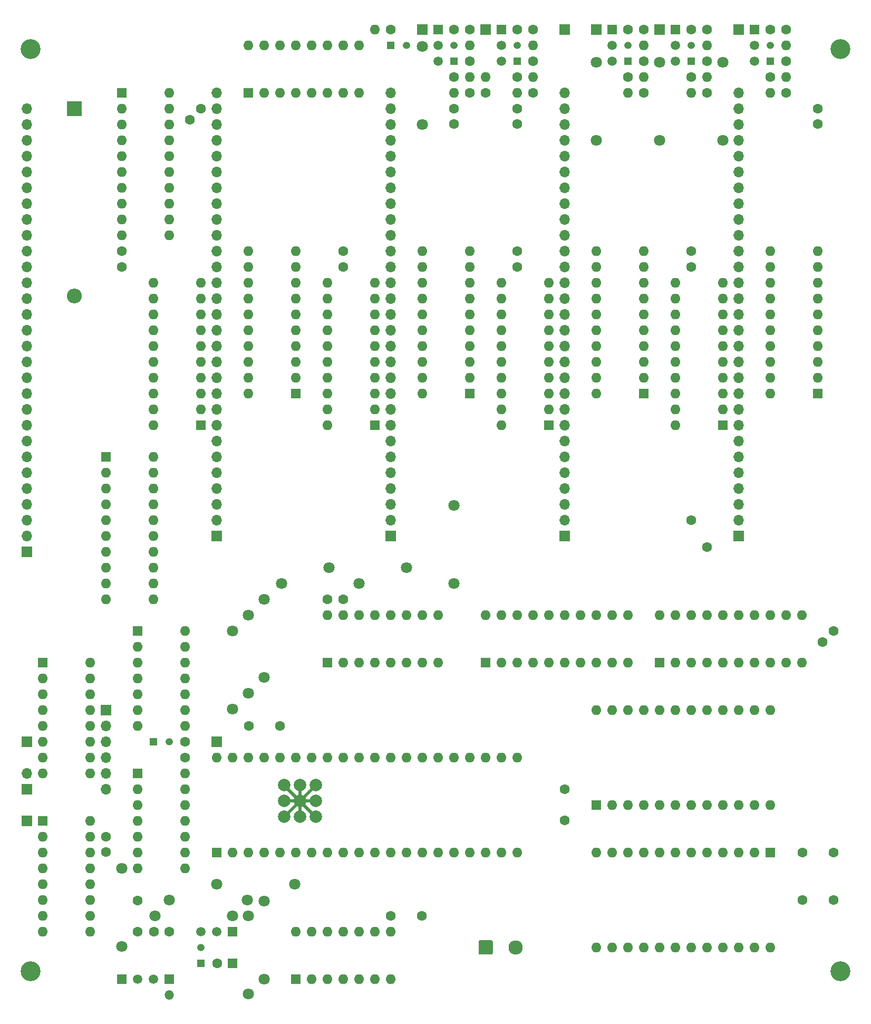
<source format=gbr>
%TF.GenerationSoftware,KiCad,Pcbnew,5.1.10*%
%TF.CreationDate,2021-12-20T20:01:49+01:00*%
%TF.ProjectId,Videoerweiterung,56696465-6f65-4727-9765-69746572756e,1*%
%TF.SameCoordinates,Original*%
%TF.FileFunction,Soldermask,Bot*%
%TF.FilePolarity,Negative*%
%FSLAX46Y46*%
G04 Gerber Fmt 4.6, Leading zero omitted, Abs format (unit mm)*
G04 Created by KiCad (PCBNEW 5.1.10) date 2021-12-20 20:01:49*
%MOMM*%
%LPD*%
G01*
G04 APERTURE LIST*
%ADD10O,1.500000X1.500000*%
%ADD11R,1.500000X1.500000*%
%ADD12C,2.300000*%
%ADD13C,2.000000*%
%ADD14R,0.500000X5.080000*%
%ADD15R,5.080000X0.500000*%
%ADD16C,0.100000*%
%ADD17C,1.600000*%
%ADD18O,1.700000X1.700000*%
%ADD19R,1.700000X1.700000*%
%ADD20O,2.400000X2.400000*%
%ADD21R,2.400000X2.400000*%
%ADD22O,1.600000X1.600000*%
%ADD23C,1.500000*%
%ADD24O,1.200000X1.200000*%
%ADD25R,1.200000X1.200000*%
%ADD26R,1.600000X1.600000*%
%ADD27C,3.200000*%
%ADD28C,1.800000*%
G04 APERTURE END LIST*
D10*
%TO.C,VD201*%
X71120000Y-208280000D03*
D11*
X71120000Y-205740000D03*
%TD*%
D12*
%TO.C,X206*%
X126720000Y-200660000D03*
G36*
G01*
X120770000Y-201560001D02*
X120770000Y-199759999D01*
G75*
G02*
X121019999Y-199510000I249999J0D01*
G01*
X122820001Y-199510000D01*
G75*
G02*
X123070000Y-199759999I0J-249999D01*
G01*
X123070000Y-201560001D01*
G75*
G02*
X122820001Y-201810000I-249999J0D01*
G01*
X121019999Y-201810000D01*
G75*
G02*
X120770000Y-201560001I0J249999D01*
G01*
G37*
%TD*%
D13*
%TO.C,LOGO2*%
X92075000Y-177165000D03*
X89535000Y-179705000D03*
X92075000Y-179705000D03*
X94615000Y-179705000D03*
X94615000Y-177165000D03*
X94615000Y-174625000D03*
X92075000Y-174625000D03*
X89535000Y-174625000D03*
X89535000Y-177165000D03*
D14*
X92075000Y-177165000D03*
D15*
X92075000Y-177165000D03*
D16*
G36*
X89423350Y-179463097D02*
G01*
X94373097Y-174513350D01*
X94726650Y-174866903D01*
X89776903Y-179816650D01*
X89423350Y-179463097D01*
G37*
G36*
X89776903Y-174513350D02*
G01*
X94726650Y-179463097D01*
X94373097Y-179816650D01*
X89423350Y-174866903D01*
X89776903Y-174513350D01*
G37*
%TD*%
D17*
%TO.C,C18*%
X111680000Y-195580000D03*
X106680000Y-195580000D03*
%TD*%
%TO.C,C24*%
X68620000Y-198120000D03*
X71120000Y-198120000D03*
%TD*%
D18*
%TO.C,X202*%
X48260000Y-172720000D03*
D19*
X48260000Y-175260000D03*
%TD*%
%TO.C,X205*%
X78740000Y-167640000D03*
%TD*%
D17*
%TO.C,C22*%
X172800000Y-185420000D03*
X177800000Y-185420000D03*
%TD*%
%TO.C,C20*%
X176032233Y-151627767D03*
X177800000Y-149860000D03*
%TD*%
%TO.C,C23*%
X172800000Y-193040000D03*
X177800000Y-193040000D03*
%TD*%
%TO.C,C19*%
X157440000Y-136410127D03*
X154940000Y-132080000D03*
%TD*%
%TO.C,C17*%
X60960000Y-185380000D03*
X60960000Y-182880000D03*
%TD*%
%TO.C,C15*%
X73660000Y-167680000D03*
X73660000Y-170180000D03*
%TD*%
%TO.C,C14*%
X99020000Y-144780000D03*
X96520000Y-144780000D03*
%TD*%
%TO.C,C13*%
X154940000Y-88940000D03*
X154940000Y-91440000D03*
%TD*%
%TO.C,C12*%
X127000000Y-68540000D03*
X127000000Y-66040000D03*
%TD*%
%TO.C,C10*%
X127000000Y-88940000D03*
X127000000Y-91440000D03*
%TD*%
%TO.C,C9*%
X63500000Y-88940000D03*
X63500000Y-91440000D03*
%TD*%
%TO.C,C8*%
X116840000Y-68540000D03*
X116840000Y-66040000D03*
%TD*%
%TO.C,C7*%
X99060000Y-88940000D03*
X99060000Y-91440000D03*
%TD*%
%TO.C,C5*%
X175260000Y-68540000D03*
X175260000Y-66040000D03*
%TD*%
%TO.C,C4*%
X74392233Y-67807767D03*
X76160000Y-66040000D03*
%TD*%
%TO.C,C3*%
X134620000Y-180260000D03*
X134620000Y-175260000D03*
%TD*%
D20*
%TO.C,C2*%
X55880000Y-96120000D03*
D21*
X55880000Y-66040000D03*
%TD*%
D19*
%TO.C,X405*%
X134620000Y-53340000D03*
%TD*%
%TO.C,X404*%
X162560000Y-53340000D03*
%TD*%
%TO.C,X403*%
X149860000Y-53340000D03*
%TD*%
%TO.C,X402*%
X139700000Y-53340000D03*
%TD*%
%TO.C,X401*%
X121920000Y-53340000D03*
%TD*%
%TO.C,X400*%
X111760000Y-53340000D03*
%TD*%
D17*
%TO.C,C202*%
X83900000Y-165100000D03*
X88900000Y-165100000D03*
%TD*%
D22*
%TO.C,R20*%
X121920000Y-60960000D03*
D17*
X121920000Y-63500000D03*
%TD*%
D11*
%TO.C,VT400*%
X114300000Y-53340000D03*
D23*
X114300000Y-58420000D03*
X114300000Y-55880000D03*
%TD*%
D11*
%TO.C,VT404*%
X165100000Y-53340000D03*
D23*
X165100000Y-58420000D03*
X165100000Y-55880000D03*
%TD*%
D11*
%TO.C,VT403*%
X152400000Y-53340000D03*
D23*
X152400000Y-58420000D03*
X152400000Y-55880000D03*
%TD*%
D11*
%TO.C,VT402*%
X142240000Y-53340000D03*
D23*
X142240000Y-58420000D03*
X142240000Y-55880000D03*
%TD*%
D11*
%TO.C,VT401*%
X124460000Y-53340000D03*
D23*
X124460000Y-58420000D03*
X124460000Y-55880000D03*
%TD*%
D11*
%TO.C,VT201*%
X63500000Y-205740000D03*
D23*
X68580000Y-205740000D03*
X66040000Y-205740000D03*
%TD*%
D11*
%TO.C,VT200*%
X81280000Y-198120000D03*
D23*
X76200000Y-198120000D03*
X78740000Y-198120000D03*
%TD*%
D24*
%TO.C,VD405*%
X167640000Y-55920000D03*
D25*
X167640000Y-58420000D03*
%TD*%
D24*
%TO.C,VD404*%
X154940000Y-55920000D03*
D25*
X154940000Y-58420000D03*
%TD*%
D24*
%TO.C,VD403*%
X144780000Y-55920000D03*
D25*
X144780000Y-58420000D03*
%TD*%
D24*
%TO.C,VD402*%
X127000000Y-55920000D03*
D25*
X127000000Y-58420000D03*
%TD*%
D24*
%TO.C,VD401*%
X116840000Y-55920000D03*
D25*
X116840000Y-58420000D03*
%TD*%
D24*
%TO.C,VD400*%
X109180000Y-55880000D03*
D25*
X106680000Y-55880000D03*
%TD*%
D24*
%TO.C,VD202*%
X71080000Y-167640000D03*
D25*
X68580000Y-167640000D03*
%TD*%
D24*
%TO.C,VD200*%
X76200000Y-200700000D03*
D25*
X76200000Y-203200000D03*
%TD*%
D22*
%TO.C,D21*%
X58420000Y-180340000D03*
X50800000Y-198120000D03*
X58420000Y-182880000D03*
X50800000Y-195580000D03*
X58420000Y-185420000D03*
X50800000Y-193040000D03*
X58420000Y-187960000D03*
X50800000Y-190500000D03*
X58420000Y-190500000D03*
X50800000Y-187960000D03*
X58420000Y-193040000D03*
X50800000Y-185420000D03*
X58420000Y-195580000D03*
X50800000Y-182880000D03*
X58420000Y-198120000D03*
D26*
X50800000Y-180340000D03*
%TD*%
D22*
%TO.C,D20*%
X58420000Y-154940000D03*
X50800000Y-172720000D03*
X58420000Y-157480000D03*
X50800000Y-170180000D03*
X58420000Y-160020000D03*
X50800000Y-167640000D03*
X58420000Y-162560000D03*
X50800000Y-165100000D03*
X58420000Y-165100000D03*
X50800000Y-162560000D03*
X58420000Y-167640000D03*
X50800000Y-160020000D03*
X58420000Y-170180000D03*
X50800000Y-157480000D03*
X58420000Y-172720000D03*
D26*
X50800000Y-154940000D03*
%TD*%
D22*
%TO.C,D19*%
X73660000Y-172720000D03*
X66040000Y-187960000D03*
X73660000Y-175260000D03*
X66040000Y-185420000D03*
X73660000Y-177800000D03*
X66040000Y-182880000D03*
X73660000Y-180340000D03*
X66040000Y-180340000D03*
X73660000Y-182880000D03*
X66040000Y-177800000D03*
X73660000Y-185420000D03*
X66040000Y-175260000D03*
X73660000Y-187960000D03*
D26*
X66040000Y-172720000D03*
%TD*%
D22*
%TO.C,D18*%
X73660000Y-149860000D03*
X66040000Y-165100000D03*
X73660000Y-152400000D03*
X66040000Y-162560000D03*
X73660000Y-154940000D03*
X66040000Y-160020000D03*
X73660000Y-157480000D03*
X66040000Y-157480000D03*
X73660000Y-160020000D03*
X66040000Y-154940000D03*
X73660000Y-162560000D03*
X66040000Y-152400000D03*
X73660000Y-165100000D03*
D26*
X66040000Y-149860000D03*
%TD*%
D22*
%TO.C,D17*%
X68580000Y-121920000D03*
X60960000Y-144780000D03*
X68580000Y-124460000D03*
X60960000Y-142240000D03*
X68580000Y-127000000D03*
X60960000Y-139700000D03*
X68580000Y-129540000D03*
X60960000Y-137160000D03*
X68580000Y-132080000D03*
X60960000Y-134620000D03*
X68580000Y-134620000D03*
X60960000Y-132080000D03*
X68580000Y-137160000D03*
X60960000Y-129540000D03*
X68580000Y-139700000D03*
X60960000Y-127000000D03*
X68580000Y-142240000D03*
X60960000Y-124460000D03*
X68580000Y-144780000D03*
D26*
X60960000Y-121920000D03*
%TD*%
D22*
%TO.C,D16*%
X68580000Y-116840000D03*
X76200000Y-93980000D03*
X68580000Y-114300000D03*
X76200000Y-96520000D03*
X68580000Y-111760000D03*
X76200000Y-99060000D03*
X68580000Y-109220000D03*
X76200000Y-101600000D03*
X68580000Y-106680000D03*
X76200000Y-104140000D03*
X68580000Y-104140000D03*
X76200000Y-106680000D03*
X68580000Y-101600000D03*
X76200000Y-109220000D03*
X68580000Y-99060000D03*
X76200000Y-111760000D03*
X68580000Y-96520000D03*
X76200000Y-114300000D03*
X68580000Y-93980000D03*
D26*
X76200000Y-116840000D03*
%TD*%
D22*
%TO.C,D15*%
X71120000Y-63500000D03*
X63500000Y-86360000D03*
X71120000Y-66040000D03*
X63500000Y-83820000D03*
X71120000Y-68580000D03*
X63500000Y-81280000D03*
X71120000Y-71120000D03*
X63500000Y-78740000D03*
X71120000Y-73660000D03*
X63500000Y-76200000D03*
X71120000Y-76200000D03*
X63500000Y-73660000D03*
X71120000Y-78740000D03*
X63500000Y-71120000D03*
X71120000Y-81280000D03*
X63500000Y-68580000D03*
X71120000Y-83820000D03*
X63500000Y-66040000D03*
X71120000Y-86360000D03*
D26*
X63500000Y-63500000D03*
%TD*%
D22*
%TO.C,D14*%
X91440000Y-198120000D03*
X106680000Y-205740000D03*
X93980000Y-198120000D03*
X104140000Y-205740000D03*
X96520000Y-198120000D03*
X101600000Y-205740000D03*
X99060000Y-198120000D03*
X99060000Y-205740000D03*
X101600000Y-198120000D03*
X96520000Y-205740000D03*
X104140000Y-198120000D03*
X93980000Y-205740000D03*
X106680000Y-198120000D03*
D26*
X91440000Y-205740000D03*
%TD*%
D22*
%TO.C,D13*%
X78740000Y-170180000D03*
X127000000Y-185420000D03*
X81280000Y-170180000D03*
X124460000Y-185420000D03*
X83820000Y-170180000D03*
X121920000Y-185420000D03*
X86360000Y-170180000D03*
X119380000Y-185420000D03*
X88900000Y-170180000D03*
X116840000Y-185420000D03*
X91440000Y-170180000D03*
X114300000Y-185420000D03*
X93980000Y-170180000D03*
X111760000Y-185420000D03*
X96520000Y-170180000D03*
X109220000Y-185420000D03*
X99060000Y-170180000D03*
X106680000Y-185420000D03*
X101600000Y-170180000D03*
X104140000Y-185420000D03*
X104140000Y-170180000D03*
X101600000Y-185420000D03*
X106680000Y-170180000D03*
X99060000Y-185420000D03*
X109220000Y-170180000D03*
X96520000Y-185420000D03*
X111760000Y-170180000D03*
X93980000Y-185420000D03*
X114300000Y-170180000D03*
X91440000Y-185420000D03*
X116840000Y-170180000D03*
X88900000Y-185420000D03*
X119380000Y-170180000D03*
X86360000Y-185420000D03*
X121920000Y-170180000D03*
X83820000Y-185420000D03*
X124460000Y-170180000D03*
X81280000Y-185420000D03*
X127000000Y-170180000D03*
D26*
X78740000Y-185420000D03*
%TD*%
D22*
%TO.C,D12*%
X83820000Y-111760000D03*
X91440000Y-88900000D03*
X83820000Y-109220000D03*
X91440000Y-91440000D03*
X83820000Y-106680000D03*
X91440000Y-93980000D03*
X83820000Y-104140000D03*
X91440000Y-96520000D03*
X83820000Y-101600000D03*
X91440000Y-99060000D03*
X83820000Y-99060000D03*
X91440000Y-101600000D03*
X83820000Y-96520000D03*
X91440000Y-104140000D03*
X83820000Y-93980000D03*
X91440000Y-106680000D03*
X83820000Y-91440000D03*
X91440000Y-109220000D03*
X83820000Y-88900000D03*
D26*
X91440000Y-111760000D03*
%TD*%
D22*
%TO.C,D11*%
X96520000Y-116840000D03*
X104140000Y-93980000D03*
X96520000Y-114300000D03*
X104140000Y-96520000D03*
X96520000Y-111760000D03*
X104140000Y-99060000D03*
X96520000Y-109220000D03*
X104140000Y-101600000D03*
X96520000Y-106680000D03*
X104140000Y-104140000D03*
X96520000Y-104140000D03*
X104140000Y-106680000D03*
X96520000Y-101600000D03*
X104140000Y-109220000D03*
X96520000Y-99060000D03*
X104140000Y-111760000D03*
X96520000Y-96520000D03*
X104140000Y-114300000D03*
X96520000Y-93980000D03*
D26*
X104140000Y-116840000D03*
%TD*%
D22*
%TO.C,D10*%
X96520000Y-147320000D03*
X114300000Y-154940000D03*
X99060000Y-147320000D03*
X111760000Y-154940000D03*
X101600000Y-147320000D03*
X109220000Y-154940000D03*
X104140000Y-147320000D03*
X106680000Y-154940000D03*
X106680000Y-147320000D03*
X104140000Y-154940000D03*
X109220000Y-147320000D03*
X101600000Y-154940000D03*
X111760000Y-147320000D03*
X99060000Y-154940000D03*
X114300000Y-147320000D03*
D26*
X96520000Y-154940000D03*
%TD*%
D22*
%TO.C,D9*%
X111760000Y-111760000D03*
X119380000Y-88900000D03*
X111760000Y-109220000D03*
X119380000Y-91440000D03*
X111760000Y-106680000D03*
X119380000Y-93980000D03*
X111760000Y-104140000D03*
X119380000Y-96520000D03*
X111760000Y-101600000D03*
X119380000Y-99060000D03*
X111760000Y-99060000D03*
X119380000Y-101600000D03*
X111760000Y-96520000D03*
X119380000Y-104140000D03*
X111760000Y-93980000D03*
X119380000Y-106680000D03*
X111760000Y-91440000D03*
X119380000Y-109220000D03*
X111760000Y-88900000D03*
D26*
X119380000Y-111760000D03*
%TD*%
D22*
%TO.C,D8*%
X121920000Y-147320000D03*
X144780000Y-154940000D03*
X124460000Y-147320000D03*
X142240000Y-154940000D03*
X127000000Y-147320000D03*
X139700000Y-154940000D03*
X129540000Y-147320000D03*
X137160000Y-154940000D03*
X132080000Y-147320000D03*
X134620000Y-154940000D03*
X134620000Y-147320000D03*
X132080000Y-154940000D03*
X137160000Y-147320000D03*
X129540000Y-154940000D03*
X139700000Y-147320000D03*
X127000000Y-154940000D03*
X142240000Y-147320000D03*
X124460000Y-154940000D03*
X144780000Y-147320000D03*
D26*
X121920000Y-154940000D03*
%TD*%
D22*
%TO.C,D7*%
X124460000Y-116840000D03*
X132080000Y-93980000D03*
X124460000Y-114300000D03*
X132080000Y-96520000D03*
X124460000Y-111760000D03*
X132080000Y-99060000D03*
X124460000Y-109220000D03*
X132080000Y-101600000D03*
X124460000Y-106680000D03*
X132080000Y-104140000D03*
X124460000Y-104140000D03*
X132080000Y-106680000D03*
X124460000Y-101600000D03*
X132080000Y-109220000D03*
X124460000Y-99060000D03*
X132080000Y-111760000D03*
X124460000Y-96520000D03*
X132080000Y-114300000D03*
X124460000Y-93980000D03*
D26*
X132080000Y-116840000D03*
%TD*%
D22*
%TO.C,D6*%
X167640000Y-200660000D03*
X139700000Y-185420000D03*
X165100000Y-200660000D03*
X142240000Y-185420000D03*
X162560000Y-200660000D03*
X144780000Y-185420000D03*
X160020000Y-200660000D03*
X147320000Y-185420000D03*
X157480000Y-200660000D03*
X149860000Y-185420000D03*
X154940000Y-200660000D03*
X152400000Y-185420000D03*
X152400000Y-200660000D03*
X154940000Y-185420000D03*
X149860000Y-200660000D03*
X157480000Y-185420000D03*
X147320000Y-200660000D03*
X160020000Y-185420000D03*
X144780000Y-200660000D03*
X162560000Y-185420000D03*
X142240000Y-200660000D03*
X165100000Y-185420000D03*
X139700000Y-200660000D03*
D26*
X167640000Y-185420000D03*
%TD*%
D22*
%TO.C,D5*%
X139700000Y-162560000D03*
X167640000Y-177800000D03*
X142240000Y-162560000D03*
X165100000Y-177800000D03*
X144780000Y-162560000D03*
X162560000Y-177800000D03*
X147320000Y-162560000D03*
X160020000Y-177800000D03*
X149860000Y-162560000D03*
X157480000Y-177800000D03*
X152400000Y-162560000D03*
X154940000Y-177800000D03*
X154940000Y-162560000D03*
X152400000Y-177800000D03*
X157480000Y-162560000D03*
X149860000Y-177800000D03*
X160020000Y-162560000D03*
X147320000Y-177800000D03*
X162560000Y-162560000D03*
X144780000Y-177800000D03*
X165100000Y-162560000D03*
X142240000Y-177800000D03*
X167640000Y-162560000D03*
D26*
X139700000Y-177800000D03*
%TD*%
D22*
%TO.C,D4*%
X139700000Y-111760000D03*
X147320000Y-88900000D03*
X139700000Y-109220000D03*
X147320000Y-91440000D03*
X139700000Y-106680000D03*
X147320000Y-93980000D03*
X139700000Y-104140000D03*
X147320000Y-96520000D03*
X139700000Y-101600000D03*
X147320000Y-99060000D03*
X139700000Y-99060000D03*
X147320000Y-101600000D03*
X139700000Y-96520000D03*
X147320000Y-104140000D03*
X139700000Y-93980000D03*
X147320000Y-106680000D03*
X139700000Y-91440000D03*
X147320000Y-109220000D03*
X139700000Y-88900000D03*
D26*
X147320000Y-111760000D03*
%TD*%
D22*
%TO.C,D3*%
X152400000Y-116840000D03*
X160020000Y-93980000D03*
X152400000Y-114300000D03*
X160020000Y-96520000D03*
X152400000Y-111760000D03*
X160020000Y-99060000D03*
X152400000Y-109220000D03*
X160020000Y-101600000D03*
X152400000Y-106680000D03*
X160020000Y-104140000D03*
X152400000Y-104140000D03*
X160020000Y-106680000D03*
X152400000Y-101600000D03*
X160020000Y-109220000D03*
X152400000Y-99060000D03*
X160020000Y-111760000D03*
X152400000Y-96520000D03*
X160020000Y-114300000D03*
X152400000Y-93980000D03*
D26*
X160020000Y-116840000D03*
%TD*%
D22*
%TO.C,D2*%
X149860000Y-147320000D03*
X172720000Y-154940000D03*
X152400000Y-147320000D03*
X170180000Y-154940000D03*
X154940000Y-147320000D03*
X167640000Y-154940000D03*
X157480000Y-147320000D03*
X165100000Y-154940000D03*
X160020000Y-147320000D03*
X162560000Y-154940000D03*
X162560000Y-147320000D03*
X160020000Y-154940000D03*
X165100000Y-147320000D03*
X157480000Y-154940000D03*
X167640000Y-147320000D03*
X154940000Y-154940000D03*
X170180000Y-147320000D03*
X152400000Y-154940000D03*
X172720000Y-147320000D03*
D26*
X149860000Y-154940000D03*
%TD*%
D22*
%TO.C,D1*%
X167640000Y-111760000D03*
X175260000Y-88900000D03*
X167640000Y-109220000D03*
X175260000Y-91440000D03*
X167640000Y-106680000D03*
X175260000Y-93980000D03*
X167640000Y-104140000D03*
X175260000Y-96520000D03*
X167640000Y-101600000D03*
X175260000Y-99060000D03*
X167640000Y-99060000D03*
X175260000Y-101600000D03*
X167640000Y-96520000D03*
X175260000Y-104140000D03*
X167640000Y-93980000D03*
X175260000Y-106680000D03*
X167640000Y-91440000D03*
X175260000Y-109220000D03*
X167640000Y-88900000D03*
D26*
X175260000Y-111760000D03*
%TD*%
D22*
%TO.C,D0*%
X83820000Y-55880000D03*
X101600000Y-63500000D03*
X86360000Y-55880000D03*
X99060000Y-63500000D03*
X88900000Y-55880000D03*
X96520000Y-63500000D03*
X91440000Y-55880000D03*
X93980000Y-63500000D03*
X93980000Y-55880000D03*
X91440000Y-63500000D03*
X96520000Y-55880000D03*
X88900000Y-63500000D03*
X99060000Y-55880000D03*
X86360000Y-63500000D03*
X101600000Y-55880000D03*
D26*
X83820000Y-63500000D03*
%TD*%
D27*
%TO.C,H4*%
X178860000Y-204480000D03*
%TD*%
%TO.C,H3*%
X178860000Y-56480000D03*
%TD*%
%TO.C,H2*%
X48860000Y-204480000D03*
%TD*%
%TO.C,H1*%
X48860000Y-56480000D03*
%TD*%
D28*
%TO.C,R211*%
X116840000Y-129740000D03*
X116840000Y-142240000D03*
%TD*%
%TO.C,R210*%
X83820000Y-159820000D03*
X83820000Y-147320000D03*
%TD*%
%TO.C,R209*%
X86360000Y-157280000D03*
X86360000Y-144780000D03*
%TD*%
%TO.C,R208*%
X89100000Y-142240000D03*
X101600000Y-142240000D03*
%TD*%
%TO.C,R207*%
X96720000Y-139700000D03*
X109220000Y-139700000D03*
%TD*%
%TO.C,R206*%
X81280000Y-162360000D03*
X81280000Y-149860000D03*
%TD*%
%TO.C,R205*%
X91240000Y-190500000D03*
X78740000Y-190500000D03*
%TD*%
%TO.C,R204*%
X63500000Y-187960000D03*
X63500000Y-200460000D03*
%TD*%
%TO.C,R203*%
X86360000Y-193240000D03*
X86360000Y-205740000D03*
%TD*%
%TO.C,R202*%
X83820000Y-208080000D03*
X83820000Y-195580000D03*
%TD*%
%TO.C,R201*%
X83620000Y-193040000D03*
X71120000Y-193040000D03*
%TD*%
%TO.C,R200*%
X68780000Y-195580000D03*
X81280000Y-195580000D03*
%TD*%
%TO.C,R25*%
X111760000Y-56080000D03*
X111760000Y-68580000D03*
%TD*%
%TO.C,R15*%
X139700000Y-58620000D03*
X139700000Y-71120000D03*
%TD*%
%TO.C,R10*%
X149860000Y-58620000D03*
X149860000Y-71120000D03*
%TD*%
%TO.C,R5*%
X160020000Y-58620000D03*
X160020000Y-71120000D03*
%TD*%
D18*
%TO.C,X303*%
X134620000Y-63500000D03*
X134620000Y-66040000D03*
X134620000Y-68580000D03*
X134620000Y-71120000D03*
X134620000Y-73660000D03*
X134620000Y-76200000D03*
X134620000Y-78740000D03*
X134620000Y-81280000D03*
X134620000Y-83820000D03*
X134620000Y-86360000D03*
X134620000Y-88900000D03*
X134620000Y-91440000D03*
X134620000Y-93980000D03*
X134620000Y-96520000D03*
X134620000Y-99060000D03*
X134620000Y-101600000D03*
X134620000Y-104140000D03*
X134620000Y-106680000D03*
X134620000Y-109220000D03*
X134620000Y-111760000D03*
X134620000Y-114300000D03*
X134620000Y-116840000D03*
X134620000Y-119380000D03*
X134620000Y-121920000D03*
X134620000Y-124460000D03*
X134620000Y-127000000D03*
X134620000Y-129540000D03*
X134620000Y-132080000D03*
D19*
X134620000Y-134620000D03*
%TD*%
D18*
%TO.C,X302*%
X106680000Y-63500000D03*
X106680000Y-66040000D03*
X106680000Y-68580000D03*
X106680000Y-71120000D03*
X106680000Y-73660000D03*
X106680000Y-76200000D03*
X106680000Y-78740000D03*
X106680000Y-81280000D03*
X106680000Y-83820000D03*
X106680000Y-86360000D03*
X106680000Y-88900000D03*
X106680000Y-91440000D03*
X106680000Y-93980000D03*
X106680000Y-96520000D03*
X106680000Y-99060000D03*
X106680000Y-101600000D03*
X106680000Y-104140000D03*
X106680000Y-106680000D03*
X106680000Y-109220000D03*
X106680000Y-111760000D03*
X106680000Y-114300000D03*
X106680000Y-116840000D03*
X106680000Y-119380000D03*
X106680000Y-121920000D03*
X106680000Y-124460000D03*
X106680000Y-127000000D03*
X106680000Y-129540000D03*
X106680000Y-132080000D03*
D19*
X106680000Y-134620000D03*
%TD*%
D18*
%TO.C,X301*%
X162560000Y-63500000D03*
X162560000Y-66040000D03*
X162560000Y-68580000D03*
X162560000Y-71120000D03*
X162560000Y-73660000D03*
X162560000Y-76200000D03*
X162560000Y-78740000D03*
X162560000Y-81280000D03*
X162560000Y-83820000D03*
X162560000Y-86360000D03*
X162560000Y-88900000D03*
X162560000Y-91440000D03*
X162560000Y-93980000D03*
X162560000Y-96520000D03*
X162560000Y-99060000D03*
X162560000Y-101600000D03*
X162560000Y-104140000D03*
X162560000Y-106680000D03*
X162560000Y-109220000D03*
X162560000Y-111760000D03*
X162560000Y-114300000D03*
X162560000Y-116840000D03*
X162560000Y-119380000D03*
X162560000Y-121920000D03*
X162560000Y-124460000D03*
X162560000Y-127000000D03*
X162560000Y-129540000D03*
X162560000Y-132080000D03*
D19*
X162560000Y-134620000D03*
%TD*%
D18*
%TO.C,X300*%
X78740000Y-63500000D03*
X78740000Y-66040000D03*
X78740000Y-68580000D03*
X78740000Y-71120000D03*
X78740000Y-73660000D03*
X78740000Y-76200000D03*
X78740000Y-78740000D03*
X78740000Y-81280000D03*
X78740000Y-83820000D03*
X78740000Y-86360000D03*
X78740000Y-88900000D03*
X78740000Y-91440000D03*
X78740000Y-93980000D03*
X78740000Y-96520000D03*
X78740000Y-99060000D03*
X78740000Y-101600000D03*
X78740000Y-104140000D03*
X78740000Y-106680000D03*
X78740000Y-109220000D03*
X78740000Y-111760000D03*
X78740000Y-114300000D03*
X78740000Y-116840000D03*
X78740000Y-119380000D03*
X78740000Y-121920000D03*
X78740000Y-124460000D03*
X78740000Y-127000000D03*
X78740000Y-129540000D03*
X78740000Y-132080000D03*
D19*
X78740000Y-134620000D03*
%TD*%
%TO.C,X204*%
X48260000Y-167640000D03*
%TD*%
D18*
%TO.C,X203*%
X60960000Y-175260000D03*
X60960000Y-172720000D03*
X60960000Y-170180000D03*
X60960000Y-167640000D03*
X60960000Y-165100000D03*
D19*
X60960000Y-162560000D03*
%TD*%
%TO.C,X201*%
X48260000Y-180340000D03*
%TD*%
D18*
%TO.C,X200*%
X48260000Y-66040000D03*
X48260000Y-68580000D03*
X48260000Y-71120000D03*
X48260000Y-73660000D03*
X48260000Y-76200000D03*
X48260000Y-78740000D03*
X48260000Y-81280000D03*
X48260000Y-83820000D03*
X48260000Y-86360000D03*
X48260000Y-88900000D03*
X48260000Y-91440000D03*
X48260000Y-93980000D03*
X48260000Y-96520000D03*
X48260000Y-99060000D03*
X48260000Y-101600000D03*
X48260000Y-104140000D03*
X48260000Y-106680000D03*
X48260000Y-109220000D03*
X48260000Y-111760000D03*
X48260000Y-114300000D03*
X48260000Y-116840000D03*
X48260000Y-119380000D03*
X48260000Y-121920000D03*
X48260000Y-124460000D03*
X48260000Y-127000000D03*
X48260000Y-129540000D03*
X48260000Y-132080000D03*
X48260000Y-134620000D03*
D19*
X48260000Y-137160000D03*
%TD*%
D22*
%TO.C,R26*%
X104140000Y-53340000D03*
D17*
X106680000Y-53340000D03*
%TD*%
D22*
%TO.C,R24*%
X116840000Y-63500000D03*
D17*
X116840000Y-60960000D03*
%TD*%
D22*
%TO.C,R23*%
X119380000Y-60960000D03*
D17*
X119380000Y-63500000D03*
%TD*%
D22*
%TO.C,R22*%
X119380000Y-55880000D03*
D17*
X119380000Y-58420000D03*
%TD*%
D22*
%TO.C,R19*%
X127000000Y-63500000D03*
D17*
X127000000Y-60960000D03*
%TD*%
D22*
%TO.C,R18*%
X129540000Y-60960000D03*
D17*
X129540000Y-63500000D03*
%TD*%
D22*
%TO.C,R17*%
X129540000Y-55880000D03*
D17*
X129540000Y-58420000D03*
%TD*%
D22*
%TO.C,R14*%
X144780000Y-63500000D03*
D17*
X144780000Y-60960000D03*
%TD*%
D22*
%TO.C,R13*%
X147320000Y-60960000D03*
D17*
X147320000Y-63500000D03*
%TD*%
D22*
%TO.C,R12*%
X147320000Y-55880000D03*
D17*
X147320000Y-58420000D03*
%TD*%
D22*
%TO.C,R9*%
X154940000Y-63500000D03*
D17*
X154940000Y-60960000D03*
%TD*%
D22*
%TO.C,R8*%
X157480000Y-60960000D03*
D17*
X157480000Y-63500000D03*
%TD*%
D22*
%TO.C,R7*%
X157480000Y-55880000D03*
D17*
X157480000Y-58420000D03*
%TD*%
D22*
%TO.C,R4*%
X167640000Y-63500000D03*
D17*
X167640000Y-60960000D03*
%TD*%
D22*
%TO.C,R3*%
X170180000Y-60960000D03*
D17*
X170180000Y-63500000D03*
%TD*%
D22*
%TO.C,R2*%
X170180000Y-55880000D03*
D17*
X170180000Y-58420000D03*
%TD*%
%TO.C,C201*%
X78780000Y-203200000D03*
D26*
X81280000Y-203200000D03*
%TD*%
D17*
%TO.C,C200*%
X66040000Y-193120000D03*
X66040000Y-198120000D03*
%TD*%
%TO.C,C21*%
X119340000Y-53340000D03*
X116840000Y-53340000D03*
%TD*%
%TO.C,C16*%
X129500000Y-53340000D03*
X127000000Y-53340000D03*
%TD*%
%TO.C,C11*%
X147280000Y-53340000D03*
X144780000Y-53340000D03*
%TD*%
%TO.C,C6*%
X157440000Y-53340000D03*
X154940000Y-53340000D03*
%TD*%
%TO.C,C1*%
X170140000Y-53340000D03*
X167640000Y-53340000D03*
%TD*%
M02*

</source>
